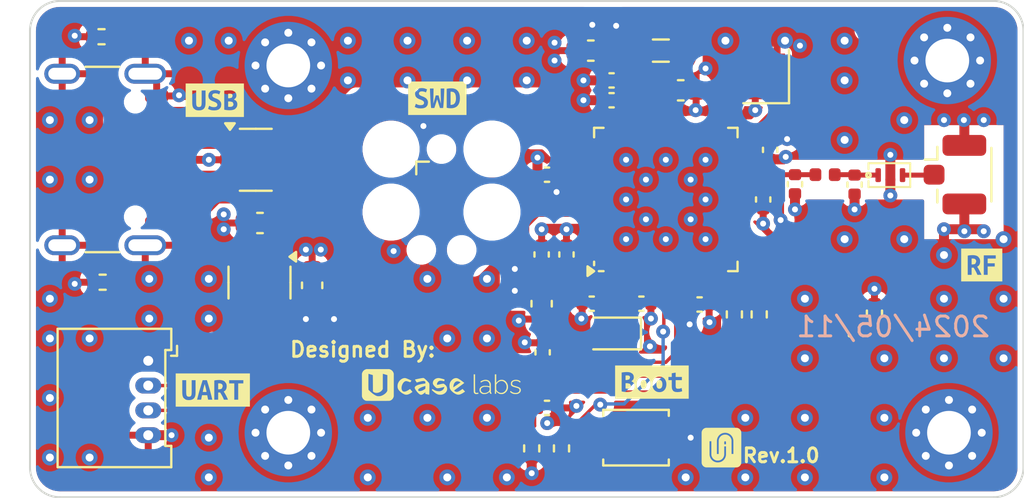
<source format=kicad_pcb>
(kicad_pcb (version 20240108) (generator "pcbnew") (generator_version "8.0")
  (layers (0 "F.Cu" signal) (1 "In1.Cu" signal) (2 "In2.Cu" signal) (31 "B.Cu" signal) (34 "B.Paste" user) (35 "F.Paste" user) (36 "B.SilkS" user "B.Silkscreen") (37 "F.SilkS" user "F.Silkscreen") (38 "B.Mask" user) (39 "F.Mask" user) (44 "Edge.Cuts" user))
  (net 0 "")
  (net 1 "+5V")
  (net 2 "GND")
  (net 3 "+3V3")
  (net 4 "/LSE_OUT")
  (net 5 "/LSE_IN")
  (net 6 "/SWD_NRST")
  (net 7 "/SMPSFB")
  (net 8 "/RF")
  (net 9 "/RF_MATCH")
  (net 10 "/BOOT0")
  (net 11 "/LED_A")
  (net 12 "/LED_K")
  (net 13 "/RF_ANT")
  (net 14 "/USB_CC1")
  (net 15 "/USB_CC2")
  (net 17 "/USBC_D-")
  (net 18 "/USBC_D+")
  (net 20 "/SWD_DIO")
  (net 21 "/SWD_CLK")
  (net 22 "/SWD_TRC")
  (net 23 "/UART_TXC")
  (net 24 "/UART_RXC")
  (net 25 "/SMPSLXL")
  (net 26 "/SMPSLX")
  (net 27 "/UART_TX")
  (net 28 "/UART_RX")
  (net 29 "Net-(R7-Pad1)")
  (net 30 "/USB_D+")
  (net 31 "/USB_D-")
  (net 37 "/HSE_OUT")
  (net 43 "/HSE_IN")
  (footprint "Fiducial:Fiducial_0.5mm_Mask1mm" (layer "F.Cu") (at 80 82.25)
    (property "Reference" "FM3" (hide yes))
    (property "Value" "Fiducial")
  )
  (footprint "Resistor_SMD:R_0402_1005Metric" (layer "F.Cu") (at 80.5 75.75 90)
    (property "Reference" "R3" (hide yes))
    (property "Value" "220R")
  )
  (footprint "Resistor_SMD:R_0402_1005Metric" (layer "F.Cu") (at 63.25 82.54 -90)
    (property "Reference" "R6" (hide yes))
    (property "Value" "5.1k")
  )
  (footprint "Inductor_SMD:L_0402_1005Metric" (layer "F.Cu") (at 68.75 64.515 90)
    (property "Reference" "L1" (hide yes))
    (property "Value" "10n")
  )
  (footprint "Capacitor_SMD:C_0402_1005Metric" (layer "F.Cu") (at 64.02 80.5)
    (property "Reference" "C19" (hide yes))
    (property "Value" "100n")
  )
  (footprint "Resistor_SMD:R_0402_1005Metric" (layer "F.Cu") (at 41.656 74.168 180)
    (property "Reference" "R1" (hide yes))
    (property "Value" "5.1k")
  )
  (footprint "Connector_Coaxial:U.FL_Hirose_U.FL-R-SMT-1_Vertical" (layer "F.Cu") (at 84.55 68.75)
    (property "Reference" "J4" (hide yes))
    (property "Value" "Conn_Coaxial")
  )
  (footprint "Connector:Tag-Connect_TC2030-IDC-FP_2x03_P1.27mm_Vertical" (layer "F.Cu") (at 58.71 70 -90)
    (property "Reference" "J2" (hide yes))
    (property "Value" "Conn_ARM_SWD_TagConnect_TC2030")
  )
  (footprint "Package_TO_SOT_SMD:SOT-23-6" (layer "F.Cu") (at 49.3625 68)
    (property "Reference" "U1" (hide yes))
    (property "Value" "USBLC6-2SC6")
  )
  (footprint "kibuzzard-663E8DAE" (layer "F.Cu") (at 47.3 65)
    (property "Reference" "kibuzzard-663E8DAE" (hide yes))
    (property "Value" "G***" (hide yes))
  )
  (footprint "Capacitor_SMD:C_0603_1608Metric" (layer "F.Cu") (at 66.225 62.5 180)
    (property "Reference" "C10" (hide yes))
    (property "Value" "4u7")
  )
  (footprint "MountingHole:MountingHole_2.2mm_M2_Pad_Via" (layer "F.Cu") (at 51 81.75)
    (property "Reference" "H2" (hide yes))
    (property "Value" "MountingHole_Pad")
  )
  (footprint "Capacitor_SMD:C_0402_1005Metric" (layer "F.Cu") (at 71.7 75.29)
    (property "Reference" "C5" (hide yes))
    (property "Value" "100n")
  )
  (footprint "kibuzzard-663E8DF2" (layer "F.Cu") (at 69.3 79.2)
    (property "Reference" "kibuzzard-663E8DF2" (hide yes))
    (property "Value" "G***" (hide yes))
  )
  (footprint "Capacitor_SMD:C_0402_1005Metric" (layer "F.Cu") (at 76.5 69.23 -90)
    (property "Reference" "C17" (hide yes))
    (property "Value" "0.8p")
  )
  (footprint "kibuzzard-663E8E0C" (layer "F.Cu") (at 85.9 73.3)
    (property "Reference" "kibuzzard-663E8E0C" (hide yes))
    (property "Value" "G***" (hide yes))
  )
  (footprint "Capacitor_SMD:C_0402_1005Metric" (layer "F.Cu") (at 64.02 68.75 180)
    (property "Reference" "C4" (hide yes))
    (property "Value" "100n")
  )
  (footprint "Capacitor_SMD:C_0402_1005Metric" (layer "F.Cu") (at 74.9 70 -90)
    (property "Reference" "C9" (hide yes))
    (property "Value" "100n")
  )
  (footprint "kibuzzard-663E8D97" (layer "F.Cu") (at 47.2 79.6)
    (property "Reference" "kibuzzard-663E8D97" (hide yes))
    (property "Value" "G***" (hide yes))
  )
  (footprint "Package_TO_SOT_SMD:SOT-23-5" (layer "F.Cu") (at 49.55 74.185 -90)
    (property "Reference" "U2" (hide yes))
    (property "Value" "MIC5365-3.3YD5")
  )
  (footprint "Capacitor_SMD:C_0603_1608Metric" (layer "F.Cu") (at 70.75 64.5)
    (property "Reference" "C16" (hide yes))
    (property "Value" "4u7")
  )
  (footprint "MountingHole:MountingHole_2.2mm_M2_Pad_Via" (layer "F.Cu") (at 51 63.25)
    (property "Reference" "H1" (hide yes))
    (property "Value" "MountingHole_Pad")
  )
  (footprint "Button_Switch_SMD:SW_SPST_B3U-1000P" (layer "F.Cu") (at 68.5 82)
    (property "Reference" "SW1" (hide yes))
    (property "Value" "SW_Push")
  )
  (footprint "Capacitor_SMD:C_0402_1005Metric" (layer "F.Cu") (at 79.5 69.25 -90)
    (property "Reference" "C18" (hide yes))
    (property "Value" "0.3p")
  )
  (footprint "Resistor_SMD:R_0402_1005Metric" (layer "F.Cu") (at 41.6 61.8 180)
    (property "Reference" "R2" (hide yes))
    (property "Value" "5.1k")
  )
  (footprint "Resistor_SMD:R_0402_1005Metric" (layer "F.Cu") (at 64.75 82.54 90)
    (property "Reference" "R7" (hide yes))
    (property "Value" "220R")
  )
  (footprint "Capacitor_SMD:C_0402_1005Metric" (layer "F.Cu") (at 75.25 67.5 -90)
    (property "Reference" "C12" (hide yes))
    (property "Value" "100n")
  )
  (footprint "Capacitor_SMD:C_0402_1005Metric" (layer "F.Cu") (at 67.27 64 180)
    (property "Reference" "C7" (hide yes))
    (property "Value" "100n")
  )
  (footprint "Package_DFN_QFN:QFN-48-1EP_7x7mm_P0.5mm_EP5.6x5.6mm" (layer "F.Cu") (at 70 70 90)
    (property "Reference" "U3" (hide yes))
    (property "Value" "STM32WB55CEU6")
  )
  (footprint "Fiducial:Fiducial_0.5mm_Mask1mm" (layer "F.Cu") (at 80 61.5)
    (property "Reference" "FM2" (hide yes))
    (property "Value" "Fiducial")
  )
  (footprint "Capacitor_SMD:C_0402_1005Metric" (layer "F.Cu") (at 65 72.77 90)
    (property "Reference" "C8" (hide yes))
    (property "Value" "100n")
  )
  (footprint "kibuzzard-663E8D7A" (layer "F.Cu") (at 58.5 64.9)
    (property "Reference" "kibuzzard-663E8D7A" (hide yes))
    (property "Value" "G***" (hide yes))
  )
  (footprint "Capacitor_SMD:C_0402_1005Metric" (layer "F.Cu") (at 66.27 75.25 180)
    (property "Reference" "C14" (hide yes))
    (property "Value" "10p")
  )
  (footprint "Capacitor_SMD:C_0402_1005Metric" (layer "F.Cu") (at 68.77 75.25)
    (property "Reference" "C13" (hide yes))
    (property "Value" "10p")
  )
  (footprint "Connector_USB:USB_C_Receptacle_GCT_USB4105-xx-A_16P_TopMnt_Horizontal" (layer "F.Cu") (at 40.695 67.985 -90)
    (property "Reference" "J1" (hide yes))
    (property "Value" "USB_C_Receptacle_USB2.0_16P")
  )
  (footprint "MountingHole:MountingHole_2.2mm_M2_Pad_Via" (layer "F.Cu") (at 84.166726 63)
    (property "Reference" "H4" (hide yes))
    (property "Value" "MountingHole_Pad")
  )
  (footprint "MountingHole:MountingHole_2.2mm_M2_Pad_Via" (layer "F.Cu") (at 84.25 81.75)
    (property "Reference" "H3" (hide yes))
    (property "Value" "MountingHole_Pad")
  )
  (footprint "Crystal:Crystal_SMD_2012-2Pin_2.0x1.2mm" (layer "F.Cu") (at 67.55 76.75 180)
    (property "Reference" "X1" (hide yes))
    (property "Value" "32KHz768")
  )
  (footprint "Assets:Ucaselabs_8mm_2mm" (layer "F.Cu") (at 58.7 79.5)
    (property "Reference" "G***" (hide yes))
    (property "Value" "LOGO" (hide yes))
  )
  (footprint "STM32WB-Bluetooth_Hardware_Design_SchematicFootprints:DLF162500LT-5028A1" (layer "F.Cu") (at 81.3 68.7725)
    (property "Reference" "FLT1" (hide yes))
    (property "Value" "DLF162500LT-5028A1")
  )
  (footprint "Capacitor_SMD:C_0402_1005Metric" (layer "F.Cu") (at 67.27 65 180)
    (property "Reference" "C11" (hide yes))
    (property "Value" "100n")
  )
  (footprint "Connector_Molex:Molex_PicoBlade_53048-0410_1x04_P1.25mm_Horizontal" (layer "F.Cu") (at 43.95 78.125 -90)
    (property "Reference" "J3" (hide yes))
    (property "Value" "Conn_01x04")
  )
  (footprint "Resistor_SMD:R_0402_1005Metric" (layer "F.Cu") (at 73.45 75.79 -90)
    (property "Reference" "R4" (hide yes))
    (property "Value" "220R")
  )
  (footprint "Capacitor_SMD:C_0603_1608Metric" (layer "F.Cu") (at 49.575 71.185 180)
    (property "Reference" "C1" (hide yes))
    (property "Value" "4u7")
  )
  (footprint "Capacitor_SMD:C_0603_1608Metric" (layer "F.Cu") (at 63.75 75.25 -90)
    (property "Reference" "C3" (hide yes))
    (property "Value" "4u7")
  )
  (footprint "LED_SMD:LED_0402_1005Metric" (layer "F.Cu") (at 79.25 75.765 90)
    (property "Reference" "D1" (hide yes))
    (property "Value" "LED")
  )
  (footprint "Resistor_SMD:R_0402_1005Metric" (layer "F.Cu") (at 74.7 75.79 -90)
    (property "Reference" "R5" (hide yes))
    (property "Value" "220R")
  )
  (footprint "Inductor_SMD:L_0402_1005Metric" (layer "F.Cu") (at 78.015 68.75)
    (property "Reference" "L3" (hide yes))
    (property "Value" "2.7n")
  )
  (footprint "Capacitor_SMD:C_0402_1005Metric" (layer "F.Cu") (at 63.75 72.77 90)
    (property "Reference" "C6" (hide yes))
    (property "Value" "100n")
  )
  (footprint "Assets:UA_Fill_2mm_2mm" (layer "F.Cu") (at 72.8 82.5)
    (property "Reference" "G***" (hide yes))
    (property "Value" "LOGO" (hide yes))
  )
  (footprint "Crystal:Crystal_SMD_2016-4Pin_2.0x1.6mm" (layer "F.Cu") (at 75.05 63.8 90)
    (property "Reference" "X2" (hide yes))
    (property "Value" "32MHz")
  )
  (footprint "Fiducial:Fiducial_0.5mm_Mask1mm" (layer "F.Cu") (at 44.25 61.5)
    (property "Reference" "FM1" (hide yes))
    (property "Value" "Fiducial")
  )
  (footprint "Inductor_SMD:L_0805_2012Metric" (layer "F.Cu") (at 69.75 62.5)
    (property "Reference" "L2" (hide yes))
    (property "Value" "10u")
  )
  (footprint "Capacitor_SMD:C_0402_1005Metric" (layer "F.Cu") (at 63.8 77.7 90)
    (property "Reference" "C15" (hide yes))
    (property "Value" "100n")
  )
  (footprint "Capacitor_SMD:C_0603_1608Metric" (layer "F.Cu") (at 52.2 74.325 90)
    (property "Reference" "C2" (hide yes))
    (property "Value" "4u7")
  )
  (gr_arc (start 38 61.5) (mid 38.43934 60.43934) (end 39.5 60) (stroke (width 0.1)) (layer "Edge.Cuts"))
  (gr_line (start 39.5 60) (end 86.5 60) (stroke (width 0.1)) (layer "Edge.Cuts"))
  (gr_arc (start 86.5 60) (mid 87.56066 60.43934) (end 88 61.5) (stroke (width 0.1)) (layer "Edge.Cuts"))
  (gr_arc (start 39.5 85) (mid 38.43934 84.56066) (end 38 83.5) (stroke (width 0.1)) (layer "Edge.Cuts"))
  (gr_line (start 86.5 85) (end 39.5 85) (stroke (width 0.1)) (layer "Edge.Cuts"))
  (gr_arc (start 88 83.5) (mid 87.56066 84.56066) (end 86.5 85) (stroke (width 0.1)) (layer "Edge.Cuts"))
  (gr_line (start 88 61.5) (end 88 83.5) (stroke (width 0.1)) (layer "Edge.Cuts"))
  (gr_line (start 38 83.5) (end 38 61.5) (stroke (width 0.1)) (layer "Edge.Cuts"))
  (gr_text "2024/05/11" (at 86.4 77 0) (layer "B.SilkS") (effects (font (size 1 1)) (justify left bottom mirror)))
  (gr_text "Designed By:" (at 51 78 0) (layer "F.SilkS") (effects (font (size 0.75 0.75)) (justify left bottom)))
  (gr_text "Rev.1.0" (at 73.791268 83.307233 0) (layer "F.SilkS") (effects (font (size 0.7 0.7)) (justify left bottom)))
  (segment (start 50.35 70.45) (end 50.35 71.185) (width 0.5) (layer "F.Cu") (net 1))
  (segment (start 48.6 73.0475) (end 48.6 72.385001) (width 0.17) (layer "F.Cu") (net 1))
  (segment (start 49.3375 69.9125) (end 49.3 69.95) (width 0.5) (layer "F.Cu") (net 1))
  (segment (start 50.5 68) (end 49.475 68) (width 0.5) (layer "F.Cu") (net 1))
  (segment (start 49.3 69.95) (end 49.85 69.95) (width 0.5) (layer "F.Cu") (net 1))
  (segment (start 50.5 73.0475) (end 50.5 72) (width 0.5) (layer "F.Cu") (net 1))
  (segment (start 49.3375 66.2375) (end 49.3375 68.1375) (width 0.5) (layer "F.Cu") (net 1))
  (segment (start 48.685 65.585) (end 49.3375 66.2375) (width 0.5) (layer "F.Cu") (net 1))
  (segment (start 44.375 70.385) (end 46.983629 70.385) (width 0.5) (layer "F.Cu") (net 1))
  (segment (start 49.475 68) (end 49.3375 68.1375) (width 0.5) (layer "F.Cu") (net 1))
  (segment (start 47.418629 69.95) (end 49.3 69.95) (width 0.5) (layer "F.Cu") (net 1))
  (segment (start 49.85 69.95) (end 50.35 70.45) (width 0.5) (layer "F.Cu") (net 1))
  (segment (start 44.375 65.585) (end 48.685 65.585) (width 0.5) (layer "F.Cu") (net 1))
  (segment (start 48.985001 72) (end 50.5 72) (width 0.17) (layer "F.Cu") (net 1))
  (segment (start 50.5 71.335) (end 50.35 71.185) (width 0.5) (layer "F.Cu") (net 1))
  (segment (start 49.3375 68.1375) (end 49.3375 69.9125) (width 0.5) (layer "F.Cu") (net 1))
  (segment (start 48.6 72.385001) (end 48.985001 72) (width 0.17) (layer "F.Cu") (net 1))
  (segment (start 46.983629 70.385) (end 47.418629 69.95) (width 0.5) (layer "F.Cu") (net 1))
  (segment (start 50.5 72) (end 50.5 71.335) (width 0.5) (layer "F.Cu") (net 1))
  (segment (start 73.4375 68.25) (end 74.15 68.25) (width 0.25) (layer "F.Cu") (net 2))
  (segment (start 63.25 83.79) (end 63.25 83.05) (width 0.5) (layer "F.Cu") (net 2))
  (segment (start 84 71.5) (end 84 72.8) (width 0.5) (layer "F.Cu") (net 2))
  (segment (start 66.645 65) (end 65.855 65) (width 0.5) (layer "F.Cu") (net 2))
  (segment (start 81.3 69) (end 81.3 69.8) (width 0.5) (layer "F.Cu") (net 2))
  (segment (start 86 71.6) (end 85.9 71.5) (width 0.5) (layer "F.Cu") (net 2))
  (segment (start 75.908423 67.98) (end 76.034606 67.853817) (width 0.5) (layer "F.Cu") (net 2))
  (segment (start 56.358069 72.6) (end 57.688069 71.27) (width 0.17) (layer "F.Cu") (net 2))
  (segment (start 85.025 71.6) (end 85.025 70.225) (width 0.5) (layer "F.Cu") (net 2))
  (segment (start 84 66) (end 86 66) (width 0.5) (layer "F.Cu") (net 2))
  (segment (start 79.5 69.73) (end 79.5 70.5) (width 0.5) (layer "F.Cu") (net 2))
  (segment (start 81.3 69) (end 81.3 67.75) (width 0.5) (layer "F.Cu") (net 2))
  (segment (start 85 66) (end 85.025 66.025) (width 0.5) (layer "F.Cu") (net 2))
  (segment (start 63.78 77.2) (end 63.8 77.22) (width 0.5) (layer "F.Cu") (net 2))
  (segment (start 63.675 76.1) (end 63.75 76.025) (width 0.5) (layer "F.Cu") (net 2))
  (segment (start 64.029621 81.266074) (end 64.5 80.795695) (width 0.5) (layer "F.Cu") (net 2))
  (segment (start 64.5 80.795695) (end 64.5 80.5) (width 0.5) (layer "F.Cu") (net 2))
  (segment (start 74.15 68.25) (end 74.42 67.98) (width 0.25) (layer "F.Cu") (net 2))
  (segment (start 75.25 67.98) (end 75.908423 67.98) (width 0.5) (layer "F.Cu") (net 2))
  (segment (start 66.645 64) (end 65.855 64) (width 0.5) (layer "F.Cu") (net 2))
  (segment (start 57.688069 71.27) (end 58.075 71.27) (width 0.17) (layer "F.Cu") (net 2))
  (segment (start 85.9 71.5) (end 84 71.5) (width 0.5) (layer "F.Cu") (net 2))
  (segment (start 56.3 72.6) (end 56.358069 72.6) (width 0.17) (layer "F.Cu") (net 2))
  (segment (start 76.5 69.71) (end 76.5 70.5) (width 0.5) (layer "F.Cu") (net 2))
  (segment (start 74.42 67.98) (end 75.25 67.98) (width 0.25) (layer "F.Cu") (net 2))
  (segment (start 74.896183 70.483817) (end 74.9 70.48) (width 0.5) (layer "F.Cu") (net 2))
  (segment (start 63.54 67.89) (end 63.54 68.75) (width 0.5) (layer "F.Cu") (net 2))
  (segment (start 72.18 75.29) (end 72.2 75.31) (width 0.5) (layer "F.Cu") (net 2))
  (segment (start 65.75 75.29) (end 65.79 75.25) (width 0.5) (layer "F.Cu") (net 2))
  (segment (start 84 66) (end 82 66) (width 0.5) (layer "F.Cu") (net 2))
  (segment (start 69.25 69.25) (end 70 70) (width 0.25) (layer "F.Cu") (net 2))
  (segment (start 45.125 81.875) (end 43.95 81.875) (width 0.5) (layer "F.Cu") (net 2))
  (segment (start 69.25 66.5625) (end 69.25 69.25) (width 0.25) (layer "F.Cu") (net 2))
  (segment (start 85.025 66.025) (end 85.025 67.275) (width 0.5) (layer "F.Cu") (net 2))
  (via (at 65.5 80.4) (size 0.7) (drill 0.3) (layers "F.Cu" "B.Cu") (net 2))
  (via (at 81 81) (size 0.8) (drill 0.4) (layers "F.Cu" "B.Cu") (net 2))
  (via (at 60 62) (size 0.8) (drill 0.4) (layers "F.Cu" "B.Cu") (net 2))
  (via (at 68 72) (size 0.7) (drill 0.3) (layers "F.Cu" "B.Cu") (net 2))
  (via (at 45.125 81.875) (size 0.7) (drill 0.3) (layers "F.Cu" "B.Cu") (net 2))
  (via (at 46 62) (size 0.8) (drill 0.4) (layers "F.Cu" "B.Cu") (net 2))
  (via (at 58 74) (size 0.8) (drill 0.4) (layers "F.Cu" "B.Cu") (net 2))
  (via (at 72.2 76.185) (size 0.7) (drill 0.3) (layers "F.Cu" "B.Cu") (net 2))
  (via (at 52.635 72.525) (size 0.7) (drill 0.3) (layers "F.Cu" "B.Cu") (net 2))
  (via (at 71.25 71) (size 0.7) (drill 0.3) (layers "F.Cu" "B.Cu") (net 2))
  (via (at 47 68) (size 0.7) (drill 0.3) (layers "F.Cu" "B.Cu") (net 2))
  (via (at 77 81) (size 0.8) (drill 0.4) (layers "F.Cu" "B.Cu") (net 2))
  (via (at 74 84) (size 0.8) (drill 0.4) (layers "F.Cu" "B.Cu") (net 2))
  (via (at 79 64) (size 0.8) (drill 0.4) (layers "F.Cu" "B.Cu") (net 2))
  (via (at 39 83) (size 0.8) (drill 0.4) (layers "F.Cu" "B.Cu") (net 2))
  (via (at 81 78) (size 0.8) (drill 0.4) (layers "F.Cu" "B.Cu") (net 2))
  (via (at 72 68) (size 0.7) (drill 0.3) (layers "F.Cu" "B.Cu") (net 2))
  (via (at 47 74) (size 0.8) (drill 0.4) (layers "F.Cu" "B.Cu") (net 2))
  (via (at 39 77) (size 0.8) (drill 0.4) (layers "F.Cu" "B.Cu") (net 2))
  (via (at 63.54 67.89) (size 0.7) (drill 0.3) (layers "F.Cu" "B.Cu") (net 2))
  (via (at 71.25 69) (size 0.7) (drill 0.3) (layers "F.Cu" "B.Cu") (net 2))
  (via (at 85.025 71.6) (size 0.7) (drill 0.3) (layers "F.Cu" "B.Cu") (net 2))
  (via (at 77 84) (size 0.8) (drill 0.4) (layers "F.Cu" "B.Cu") (net 2))
  (via (at 54 62) (size 0.8) (drill 0.4) (layers "F.Cu" "B.Cu") (net 2))
  (via (at 39 66) (size 0.8) (drill 0.4) (layers "F.Cu" "B.Cu") (net 2))
  (via (at 65.855 64) (size 0.7) (drill 0.3) (layers "F.Cu" "B.Cu") (net 2))
  (via (at 72 72) (size 0.7) (drill 0.3) (layers "F.Cu" "B.Cu") (net 2))
  (via (at 47.75 70.75) (size 0.7) (drill 0.3) (layers "F.Cu" "B.Cu") (net 2))
  (via (at 84 66) (size 0.7) (drill 0.3) (layers "F.Cu" "B.Cu") (net 2))
  (via (at 86 71.6) (size 0.7) (drill 0.3) (layers "F.Cu" "B.Cu") (net 2))
  (via (at 44 76) (size 0.8) (drill 0.4) (layers "F.Cu" "B.Cu") (net 2))
  (via (at 45.5 64.75) (size 0.7) (drill 0.3) (layers "F.Cu" "B.Cu") (net 2))
  (via (at 48 62) (size 0.8) (drill 0.4) (layers "F.Cu" "B.Cu") (net 2))
  (via (at 68 70) (size 0.7) (drill 0.3) (layers "F.Cu" "B.Cu") (net 2))
  (via (at 84 71.5) (size 0.7) (drill 0.3) (layers "F.Cu" "B.Cu") (net 2))
  (via (at 84 75) (size 0.8) (drill 0.4) (layers "F.Cu" "B.Cu") (net 2))
  (via (at 60 64) (size 0.8) (drill 0.4) (layers "F.Cu" "B.Cu") (net 2))
  (via (at 77 78) (size 0.8) (drill 0.4) (layers "F.Cu" "B.Cu") (net 2))
  (via (at 64.029621 81.266074) (size 0.7) (drill 0.3) (layers "F.Cu" "B.Cu") (net 2))
  (via (at 71.5 65.5) (size 0.7) (drill 0.3) (layers "F.Cu" "B.Cu") (net 2))
  (via (at 79 67) (size 0.8) (drill 0.4) (layers "F.Cu" "B.Cu") (net 2))
  (via (at 87 72) (size 0.8) (drill 0.4) (layers "F.Cu" "B.Cu") (net 2))
  (via (at 76.75 62.25) (size 0.7) (drill 0.3) (layers "F.Cu" "B.Cu") (net 2))
  (via (at 72 63.4) (size 0.7) (drill 0.3) (layers "F.Cu" "B.Cu") (net 2))
  (via (at 69 69) (size 0.7) (drill 0.3) (layers "F.Cu" "B.Cu") (net 2))
  (via (at 80.5 74.5) (size 0.7) (drill 0.3) (layers "F.Cu" "B.Cu") (net 2))
  (via (at 54 64) (size 0.8) (drill 0.4) (layers "F.Cu" "B.Cu") (net 2))
  (via (at 41 83) (size 0.8) (drill 0.4) (layers "F.Cu" "B.Cu") (net 2))
  (via (at 87 75) (size 0.8) (drill 0.4) (layers "F.Cu" "B.Cu") (net 2))
  (via (at 74.5 65.5) (size 0.7) (drill 0.3) (layers "F.Cu" "B.Cu") (net 2))
  (via (at 74 81) (size 0.8) (drill 0.4) (layers "F.Cu" "B.Cu") (net 2))
  (via (at 63.25 83.79) (size 0.7) (drill 0.3) (layers "F.Cu" "B.Cu") (net 2))
  (via (at 69.2 77.4) (size 0.7) (drill 0.3) (layers "F.Cu" "B.Cu") (net 2))
  (via (at 58 81) (size 0.8) (drill 0.4) (layers "F.Cu" "B.Cu") (net 2))
  (via (at 65.75 76) (size 0.7) (drill 0.3) (layers "F.Cu" "B.Cu") (net 2))
  (via (at 82 72) (size 0.8) (drill 0.4) (layers "F.Cu" "B.Cu") (net 2))
  (via (at 61 81) (size 0.8) (drill 0.4) (layers "F.Cu" "B.Cu") (net 2))
  (via (at 40.25 74.25) (size 0.7) (drill 0.3) (layers "F.Cu" "B.Cu") (net 2))
  (via (at 47 76) (size 0.8) (drill 0.4) (layers "F.Cu" "B.Cu") (net 2))
  (via (at 41 66) (size 0.8) (drill 0.4) (layers "F.Cu" "B.Cu") (net 2))
  (via (at 39 69) (size 0.8) (drill 0.4) (layers "F.Cu" "B.Cu") (net 2))
  (via (at 71 84) (size 0.8) (drill 0.4) (layers "F.Cu" "B.Cu") (net 2))
  (via (at 79 72) (size 0.8) (drill 0.4) (layers "F.Cu" "B.Cu") (net 2))
  (via (at 87 78) (size 0.8) (drill 0.4) (layers "F.Cu" "B.Cu") (net 2))
  (via (at 59 77) (size 0.8) (drill 0.4) (layers "F.Cu" "B.Cu") (net 2))
  (via (at 76 62) (size 0.8) (drill 0.4) (layers "F.Cu" "B.Cu") (net 2))
  (via (at 63.75 71.5) (size 0.7) (drill 0.3) (layers "F.Cu" "B.Cu") (net 2))
  (via (at 64.4 62.1) (size 0.7) (drill 0.3) (layers "F.Cu" "B.Cu") (net 2))
  (via (at 62.9 77.2) (size 0.7) (drill 0.3) (layers "F.Cu" "B.Cu") (net 2))
  (via (at 84 78) (size 0.8) (drill 0.4) (layers "F.Cu" "B.Cu") (net 2))
  (via (at 51.885 72.525) (size 0.7) (drill 0.3) (layers "F.Cu" "B.Cu") (net 2))
  (via (at 57 64) (size 0.8) (drill 0.4) (layers "F.Cu" "B.Cu") (net 2))
  (via (at 40.25 61.75) (size 0.7) (drill 0.3) (layers "F.Cu" "B.Cu") (net 2))
  (via (at 41 77) (size 0.8) (drill 0.4) (layers "F.Cu" "B.Cu") (net 2))
  (via (at 74.896183 71.215394) (size 0.7) (drill 0.3) (layers "F.Cu" "B.Cu") (net 2))
  (via (at 41 69) (size 0.8) (drill 0.4) (layers "F.Cu" "B.Cu") (net 2))
  (via (at 62.6 76.1) (size 0.7) (drill 0.3) (layers "F.Cu" "B.Cu") (net 2))
  (via (at 65.855 65) (size 0.7) (drill 0.3) (layers "F.Cu" "B.Cu") (net 2))
  (via (at 69 71) (size 0.7) (drill 0.3) (layers "F.Cu" "B.Cu") (net 2))
  (via (at 84 72.8) (size 0.8) (drill 0.4) (layers "F.Cu" "B.Cu") (net 2))
  (via (at 69.25 76) (size 0.7) (drill 0.3) (layers "F.Cu" "B.Cu") (net 2))
  (via (at 79.5 70.5) (size 0.7) (drill 0.3) (layers "F.Cu" "B.Cu") (net 2))
  (via (at 64.4 63) (size 0.7) (drill 0.3) (layers "F.Cu" "B.Cu") (net 2))
  (via (at 61 77) (size 0.8) (drill 0.4) (layers "F.Cu" "B.Cu") (net 2))
  (via (at 55 81) (size 0.8) (drill 0.4) (layers "F.Cu" "B.Cu") (net 2))
  (via (at 57 62) (size 0.8) (drill 0.4) (layers "F.Cu" "B.Cu") (net 2))
  (via (at 70 68) (size 0.7) (drill 0.3) (layers "F.Cu" "B.Cu") (net 2))
  (via (at 73 62) (size 0.8) (drill 0.4) (layers "F.Cu" "B.Cu") (net 2))
  (via (at 62 84) (size 0.8) (drill 0.4) (layers "F.Cu" "B.Cu") (net 2))
  (via (at 68 68) (size 0.7) (drill 0.3) (layers "F.Cu" "B.Cu") (net 2))
  (via (at 65 71.5) (size 0.7) (drill 0.3) (layers "F.Cu" "B.Cu") (net 2))
  (via (at 81.3 67.75) (size 0.7) (drill 0.3) (layers "F.Cu" "B.Cu") (net 2))
  (via (at 79 62) (size 0.8) (drill 0.4) (layers "F.Cu" "B.Cu") (net 2))
  (via (at 55 84) (size 0.8) (drill 0.4) (layers "F.Cu" "B.Cu") (net 2))
  (via (at 61 74) (size 0.8) (drill 0.4) (layers "F.Cu" "B.Cu") (net 2))
  (via (at 76.5 70.5) (size 0.7) (drill 0.3) (layers "F.Cu" "B.Cu") (net 2))
  (via (at 47 82) (size 0.8) (drill 0.4) (layers "F.Cu" "B.Cu") (net 2))
  (via (at 63 64) (size 0.8) (drill 0.4) (layers "F.Cu" "B.Cu") (net 2))
  (via (at 59 84) (size 0.8) (drill 0.4) (layers "F.Cu" "B.Cu") (net 2))
  (via (at 85 66) (size 0.7) (drill 0.3) (layers "F.Cu" "B.Cu") (net 2))
  (via (at 56.3 72.6) (size 0.7) (drill 0.3) (layers "F.Cu" "B.Cu") (net 2))
  (via (at 86 66) (size 0.7) (drill 0.3) (layers "F.Cu" "B.Cu") (net 2))
  (via (at 47 84) (size 0.8) (drill 0.4) (layers "F.Cu" "B.Cu") (net 2))
  (via (at 70 72) (size 0.7) (drill 0.3) (layers "F.Cu" "B.Cu") (net 2))
  (via (at 39 80) (size 0.8) (drill 0.4) (layers "F.Cu" "B.Cu") (net 2))
  (via (at 72 70) (size 0.7) (drill 0.3) (layers "F.Cu" "B.Cu") (net 2))
  (via (at 82 66) (size 0.8) (drill 0.4) (layers "F.Cu" "B.Cu") (net 2))
  (via (at 76.034606 67.853817) (size 0.7) (drill 0.3) (layers "F.Cu" "B.Cu") (net 2))
  (via (at 39 75) (size 0.8) (drill 0.4) (layers "F.Cu" "B.Cu") (net 2))
  (via (at 47.75 71.5) (size 0.7) (drill 0.3) (layers "F.Cu" "B.Cu") (net 2))
  (via (at 77 75) (size 0.8) (drill 0.4) (layers "F.Cu" "B.Cu") (net 2))
  (via (at 81 84) (size 0.8) (drill 0.4) (layers "F.Cu" "B.Cu") (net 2))
  (via (at 44 74) (size 0.8) (drill 0.4) (layers "F.Cu" "B.Cu") (net 2))
  (via (at 81.3 69.8) (size 0.7) (drill 0.3) (layers "F.Cu" "B.Cu") (net 2))
  (via (at 63 62) (size 0.8) (drill 0.4) (layers "F.Cu" "B.Cu") (net 2))
  (segment (start 74.013604 67.75) (end 74.743604 67.02) (width 0.25) (layer "F.Cu") (net 3))
  (segment (start 76.103336 66.956443) (end 75.313557 66.956443) (width 0.5) (layer "F.Cu") (net 3))
  (segment (start 68.25 66.5625) (end 68.25 65.813173) (width 0.25) (layer "F.Cu") (net 3))
  (segment (start 71.22 74.59674) (end 71.22 75.29) (width 0.17) (layer "F.Cu") (net 3))
  (segment (start 67.75 66) (end 67.75 65.5) (width 0.3) (layer "F.Cu") (net 3))
  (segment (start 73.4375 67.75) (end 74.013604 67.75) (width 0.25) (layer "F.Cu") (net 3))
  (segment (start 67.75 65.5) (end 67.75 65) (width 0.3) (layer "F.Cu") (net 3))
  (segment (start 75.777218 71.036276) (end 75.7 70.959058) (width 0.5) (layer "F.Cu") (net 3))
  (segment (start 75.7 70) (end 75.22 69.52) (width 0.5) (layer "F.Cu") (net 3))
  (segment (start 71.2 76.29) (end 71.2 75.31) (width 0.5) (layer "F.Cu") (net 3))
  (segment (start 73.4375 69.25) (end 74.15 69.25) (width 0.25) (layer "F.Cu") (net 3))
  (segment (start 74.743604 67.02) (end 75.25 67.02) (width 0.25) (layer "F.Cu") (net 3))
  (segment (start 67.75 64) (end 67.75 63.25) (width 0.5) (layer "F.Cu") (net 3))
  (segment (start 57.8 68.455) (end 58.075 68.73) (width 0.17) (layer "F.Cu") (net 3))
  (segment (start 67.75 65.313173) (end 67.75 65) (width 0.3) (layer "F.Cu") (net 3))
  (segment (start 66.35 61.25) (end 67.5 61.25) (width 1) (layer "F.Cu") (net 3))
  (segment (start 70.75 73.4375) (end 70.75 74.12674) (width 0.17) (layer "F.Cu") (net 3))
  (segment (start 64.5 69.625) (end 64.5 68.75) (width 0.5) (layer "F.Cu") (net 3))
  (segment (start 75.313557 66.956443) (end 75.25 67.02) (width 0.5) (layer "F.Cu") (net 3))
  (segment (start 67.75 63.25) (end 67 62.5) (width 0.5) (layer "F.Cu") (net 3))
  (segment (start 67.75 66.5625) (end 67.75 66) (width 0.25) (layer "F.Cu") (net 3))
  (segment (start 74.42 69.52) (end 74.9 69.52) (width 0.3) (layer "F.Cu") (net 3))
  (segment (start 67.75 64) (end 67.75 65) (width 0.5) (layer "F.Cu") (net 3))
  (segment (start 68.218413 65.781586) (end 67.75 65.313173) (width 0.3) (layer "F.Cu") (net 3))
  (segment (start 75.7 70.959058) (end 75.7 70) (width 0.5) (layer "F.Cu") (net 3))
  (segment (start 71.25 82) (end 70.2 82) (width 0.5) (layer "F.Cu") (net 3))
  (segment (start 66.5625 68.75) (end 65.75 68.75) (width 0.25) (layer "F.Cu") (net 3))
  (segment (start 66.3 61.2) (end 66.35 61.25) (width 1) (layer "F.Cu") (net 3))
  (segment (start 74.15 69.25) (end 74.2 69.3) (width 0.25) (layer "F.Cu") (net 3))
  (segment (start 75.22 69.52) (end 74.9 69.52) (width 0.5) (layer "F.Cu") (net 3))
  (segment (start 70.75 74.12674) (end 71.22 74.59674) (width 0.17) (layer "F.Cu") (net 3))
  (segment (start 65.75 68.75) (end 64.48 68.75) (width 0.3) (layer "F.Cu") (net 3))
  (segment (start 67 61.9) (end 67 62.5) (width 1) (layer "F.Cu") (net 3))
  (segment (start 66.3 61.2) (end 67 61.9) (width 1) (layer "F.Cu") (net 3))
  (segment (start 68.25 65.813173) (end 68.218413 65.781586) (width 0.25) (layer "F.Cu") (net 3))
  (segment (start 57.8 66.3) (end 57.8 68.455) (width 0.17) (layer "F.Cu") (net 3))
  (segment (start 71.2 75.31) (end 71.22 75.29) (width 0.5) (layer "F.Cu") (net 3))
  (segment (start 74.2 69.3) (end 74.42 69.52) (width 0.3) (layer "F.Cu") (net 3))
  (via (at 75.777218 71.036276) (size 0.7) (drill 0.3) (layers "F.Cu" "B.Cu") (net 3))
  (via (at 51.885 76.025) (size 0.7) (drill 0.3) (layers "F.Cu" "B.Cu") (net 3))
  (via (at 67.5 61.25) (size 0.7) (drill 0.3) (layers "F.Cu" "B.Cu") (net 3))
  (via (at 66.3 61.2) (size 0.7) (drill 0.3) (layers "F.Cu" "B.Cu") (net 3))
  (via (at 71.2 76.29) (size 0.7) (drill 0.3) (layers "F.Cu" "B.Cu") (net 3))
  (via (at 64.5 69.625) (size 0.7) (drill 0.3) (layers "F.Cu" "B.Cu") (net 3))
  (via (at 57.8 66.3) (size 0.7) (drill 0.3) (layers "F.Cu" "B.Cu") (net 3))
  (via (at 76.103336 66.956443) (size 0.7) (drill 0.3) (layers "F.Cu" "B.Cu") (net 3))
  (via (at 62.4 74.6) (size 0.7) (drill 0.3) (layers "F.Cu" "B.Cu") (net 3))
  (via (at 71.25 82) (size 0.7) (drill 0.3) (layers "F.Cu" "B.Cu") (net 3))
  (via (at 53.3 76.025) (size 0.7) (drill 0.3) (layers "F.Cu" "B.Cu") (net 3))
  (via (at 62.4 73.5) (size 0.7) (drill 0.3) (layers "F.Cu" "B.Cu") (net 3))
  (segment (start 44.075 78) (end 43.95 78.125) (width 0.5) (layer "B.Cu") (net 3))
  (segment (start 71.2 81.95) (end 71.25 82) (width 0.5) (layer "B.Cu") (net 3))
  (segment (start 75.777218 71.036276) (end 75.777218 70.965058) (width 0.5) (layer "B.Cu") (net 3))
  (segment (start 68.25 73.4375) (end 68.25 76.75) (width 0.17) (layer "F.Cu") (net 4))
  (segment (start 67.5 74.5) (end 67.75 74.25) (width 0.17) (layer "F.Cu") (net 5))
  (segment (start 66.75 76.65) (end 66.85 76.75) (width 0.17) (layer "F.Cu") (net 5))
  (segment (start 67.5 74.5) (end 67.5 75) (width 0.17) (layer "F.Cu") (net 5))
  (segment (start 67.75 74.25) (end 67.75 73.4375) (width 0.17) (layer "F.Cu") (net 5))
  (segment (start 66.75 75.25) (end 66.75 76.65) (width 0.17) (layer "F.Cu") (net 5))
  (segment (start 67.25 75.25) (end 66.75 75.25) (width 0.17) (layer "F.Cu") (net 5))
  (segment (start 67.5 75) (end 67.25 75.25) (width 0.17) (layer "F.Cu") (net 5))
  (segment (start 70 78.2) (end 63.82 78.2) (width 0.17) (layer "F.Cu") (net 6))
  (segment (start 70.5 77.7) (end 70 78.2) (width 0.17) (layer "F.Cu") (net 6))
  (segment (start 54.1 73.7) (end 54.1 70.2) (width 0.17) (layer "F.Cu") (net 6))
  (segment (start 70.25 73.4375) (end 70.25 74.15) (width 0.17) (layer "F.Cu") (net 6))
  (segment (start 63.82 78.2) (end 63.8 78.18) (width 0.17) (layer "F.Cu") (net 6))
  (segment (start 54.1 70.2) (end 55.229381 69.070619) (width 0.17) (layer "F.Cu") (net 6))
  (segment (start 55.229381 69.070619) (end 57.145619 69.070619) (width 0.17) (layer "F.Cu") (net 6))
  (segment (start 57.145619 69.070619) (end 58.075 70) (width 0.17) (layer "F.Cu") (net 6))
  (segment (start 63.8 78.18) (end 58.58 78.18) (width 0.17) (layer "F.Cu") (net 6))
  (segment (start 70.5 74.4) (end 70.5 77.7) (width 0.17) (layer "F.Cu") (net 6))
  (segment (start 70.25 74.15) (end 70.5 74.4) (width 0.17) (layer "F.Cu") (net 6))
  (segment (start 58.58 78.18) (end 54.1 73.7) (width 0.17) (layer "F.Cu") (net 6))
  (segment (start 73.4375 68.75) (end 76.5 68.75) (width 0.25) (layer "F.Cu") (net 8))
  (segment (start 76.5 68.75) (end 77.53 68.75) (width 0.25) (layer "F.Cu") (net 8))
  (segment (start 80.6845 68.77) (end 80.687 68.7725) (width 0.25) (layer "F.Cu") (net 9))
  (segment (start 78.5 68.75) (end 79.48 68.75) (width 0.25) (layer "F.Cu") (net 9))
  (segment (start 79.48 68.75) (end 79.5 68.77) (width 0.25) (layer "F.Cu") (net 9))
  (segment (start 79.5 68.77) (end 80.6845 68.77) (width 0.25) (layer "F.Cu") (net 9))
  (segment (start 69 74.4) (end 69.6 74.4) (width 0.17) (layer "F.Cu") (net 10))
  (segment (start 68.75 74.15) (end 69 74.4) (width 0.17) (layer "F.Cu") (net 10))
  (segment (start 65.17 82.03) (end 64.75 82.03) (width 0.17) (layer "F.Cu") (net 10))
  (segment (start 65.6 81.6) (end 65.17 82.03) (width 0.17) (layer "F.Cu") (net 10))
  (segment (start 69.9 76.620945) (end 69.865 76.655945) (width 0.17) (layer "F.Cu") (net 10))
  (segment (start 66.465 80.335) (end 65.6 81.2) (width 0.17) (layer "F.Cu") (net 10))
  (segment (start 63.25 81.55) (end 63.394621 81.405379) (width 0.17) (layer "F.Cu") (net 10))
  (segment (start 68.75 73.4375) (end 68.75 74.15) (width 0.17) (layer "F.Cu") (net 10))
  (segment (start 69.9 76.5) (end 69.9 76.620945) (width 0.17) (layer "F.Cu") (net 10))
  (segment (start 63.394621 80.645379) (end 63.54 80.5) (width 0.17) (layer "F.Cu") (net 10))
  (segment (start 69.9 74.7) (end 69.9 76.5) (width 0.17) (layer "F.Cu") (net 10))
  (segment (start 65.6 81.2) (end 65.6 81.6) (width 0.17) (layer "F.Cu") (net 10))
  (segment (start 63.394621 81.405379) (end 63.394621 80.645379) (width 0.17) (layer "F.Cu") (net 10))
  (segment (start 63.25 82.03) (end 63.25 81.55) (width 0.17) (layer "F.Cu") (net 10))
  (segment (start 69.6 74.4) (end 69.9 74.7) (width 0.17) (layer "F.Cu") (net 10))
  (segment (start 66.7 80.335) (end 66.465 80.335) (width 0.17) (layer "F.Cu") (net 10))
  (segment (start 63.25 82.03) (end 64.75 82.03) (width 0.17) (layer "F.Cu") (net 10))
  (via (at 69.865 76.655945) (size 0.7) (drill 0.3) (layers "F.Cu" "B.Cu") (net 10))
  (via (at 66.7 80.335) (size 0.7) (drill 0.3) (layers "F.Cu" "B.Cu") (net 10))
  (segment (start 66.735 80.3) (end 67.9 80.3) (width 0.17) (layer "B.Cu") (net 10))
  (segment (start 69.865 78.335) (end 69.865 76.655945) (width 0.17) (layer "B.Cu") (net 10))
  (segment (start 67.9 80.3) (end 69.865 78.335) (width 0.17) (layer "B.Cu") (net 10))
  (segment (start 66.7 80.335) (end 66.735 80.3) (width 0.17) (layer "B.Cu") (net 10))
  (segment (start 73.874999 71.25) (end 74.8 72.175001) (width 0.17) (layer "F.Cu") (net 11))
  (segment (start 76 73.8) (end 78.8 73.8) (width 0.17) (layer "F.Cu") (net 11))
  (segment (start 78.8 73.8) (end 79.25 74.25) (width 0.17) (layer "F.Cu") (net 11))
  (segment (start 79.25 74.25) (end 79.25 75.28) (width 0.17) (layer "F.Cu") (net 11))
  (segment (start 73.4375 71.25) (end 73.874999 71.25) (width 0.17) (layer "F.Cu") (net 11))
  (segment (start 74.8 72.6) (end 76 73.8) (width 0.17) (layer "F.Cu") (net 11))
  (segment (start 74.8 72.175001) (end 74.8 72.6) (width 0.17) (layer "F.Cu") (net 11))
  (segment (start 79.25 76.25) (end 80.49 76.25) (width 0.17) (layer "F.Cu") (net 12))
  (segment (start 80.49 76.25) (end 80.5 76.26) (width 0.17) (layer "F.Cu") (net 12))
  (segment (start 83.4775 68.7725) (end 83.5 68.75) (width 0.25) (layer "F.Cu") (net 13))
  (segment (start 81.9125 68.7725) (end 83.4775 68.7725) (width 0.25) (layer "F.Cu") (net 13))
  (segment (start 44.375 66.735) (end 42.635 66.735) (width 0.17) (layer "F.Cu") (net 14))
  (segment (start 42.11 66.21) (end 42.11 61.8) (width 0.17) (layer "F.Cu") (net 14))
  (segment (start 42.635 66.735) (end 42.11 66.21) (width 0.17) (layer "F.Cu") (net 14))
  (segment (start 42.166 70.134) (end 42.166 74.168) (width 0.17) (layer "F.Cu") (net 15))
  (segment (start 42.565 69.735) (end 42.166 70.134) (width 0.17) (layer "F.Cu") (net 15))
  (segment (start 44.375 69.735) (end 42.565 69.735) (width 0.17) (layer "F.Cu") (net 15))
  (segment (start 43.6425 68.235) (end 44.375 68.235) (width 0.22) (layer "F.Cu") (net 17))
  (segment (start 43.4 67.4925) (end 43.4 67.9925) (width 0.22) (layer "F.Cu") (net 17))
  (segment (start 48.225 67.05) (end 47.8625 67.05) (width 0.22) (layer "F.Cu") (net 17))
  (segment (start 46.291691 67.235) (end 44.375 67.235) (width 0.22) (layer "F.Cu") (net 17))
  (segment (start 43.6575 67.235) (end 43.4 67.4925) (width 0.22) (layer "F.Cu") (net 17))
  (segment (start 46.396691 67.34) (end 46.291691 67.235) (width 0.22) (layer "F.Cu") (net 17))
  (segment (start 44.375 67.235) (end 43.6575 67.235) (width 0.22) (layer "F.Cu") (net 17))
  (segment (start 43.4 67.9925) (end 43.6425 68.235) (width 0.22) (layer "F.Cu") (net 17))
  (segment (start 47.5725 67.34) (end 46.396691 67.34) (width 0.22) (layer "F.Cu") (net 17))
  (segment (start 47.8625 67.05) (end 47.5725 67.34) (width 0.22) (layer "F.Cu") (net 17))
  (segment (start 47.8625 68.95) (end 47.5725 68.66) (width 0.22) (layer "F.Cu") (net 18))
  (segment (start 47.5725 68.66) (end 45.66 68.66) (width 0.22) (layer "F.Cu") (net 18))
  (segment (start 45.235 67.735) (end 44.375 67.735) (width 0.22) (layer "F.Cu") (net 18))
  (segment (start 44.375 68.735) (end 45.265 68.735) (width 0.22) (layer "F.Cu") (net 18))
  (segment (start 48.225 68.95) (end 47.8625 68.95) (width 0.22) (layer "F.Cu") (net 18))
  (segment (start 45.5 68.5) (end 45.5 68) (width 0.22) (layer "F.Cu") (net 18))
  (segment (start 45.265 68.735) (end 45.5 68.5) (width 0.22) (layer "F.Cu") (net 18))
  (segment (start 45.66 68.66) (end 45.5 68.5) (width 0.22) (layer "F.Cu") (net 18))
  (segment (start 45.5 68) (end 45.235 67.735) (width 0.22) (layer "F.Cu") (net 18))
  (segment (start 60.25 65.75) (end 59.5803 66.4197) (width 0.25) (layer "F.Cu") (net 20))
  (segment (start 65.25 68.25) (end 64 67) (width 0.25) (layer "F.Cu") (net 20))
  (segment (start 59.5803 66.4197) (end 59.5803 68.4947) (width 0.25) (layer "F.Cu") (net 20))
  (segment (start 62 65.75) (end 60.25 65.75) (width 0.25) (layer "F.Cu") (net 20))
  (segment (start 66.5625 68.25) (end 65.25 68.25) (width 0.25) (layer "F.Cu") (net 20))
  (segment (start 59.5803 68.4947) (end 59.345 68.73) (width 0.25) (layer "F.Cu") (net 20))
  (segment (start 63.25 67) (end 62 65.75) (width 0.25) (layer "F.Cu") (net 20))
  (segment (start 64 67) (end 63.25 67) (width 0.25) (layer "F.Cu") (net 20))
  (segment (start 64.95 70.3) (end 63.3 70.3) (width 0.25) (layer "F.Cu") (net 21))
  (segment (start 66.5625 69.25) (end 66 69.25) (width 0.25) (layer "F.Cu") (net 21))
  (segment (start 66 69.25) (end 64.95 70.3) (width 0.25) (layer "F.Cu") (net 21))
  (segment (start 62.02245 69.02245) (end 60.32255 69.02245) (width 0.25) (layer "F.Cu") (net 21))
  (segment (start 63.3 70.3) (end 62.02245 69.02245) (width 0.25) (layer "F.Cu") (net 21))
  (segment (start 60.32255 69.02245) (end 59.345 70) (width 0.25) (layer "F.Cu") (net 21))
  (segment (start 62.25 72.5) (end 61.25 72.5) (width 0.25) (layer "F.Cu") (net 22))
  (segment (start 59.36551 73.4103) (end 58.8557 72.90049) (width 0.25) (layer "F.Cu") (net 22))
  (segment (start 58.8557 72.90049) (end 58.8557 71.7593) (width 0.25) (layer "F.Cu") (net 22))
  (segment (start 65.57526 70.75) (end 63.545405 70.75) (width 0.25) (layer "F.Cu") (net 22))
  (segment (start 63 71.295405) (end 63 71.75) (width 0.25) (layer "F.Cu") (net 22))
  (segment (start 66.07526 70.25) (end 65.57526 70.75) (width 0.25) (layer "F.Cu") (net 22))
  (segment (start 66.5625 70.25) (end 66.07526 70.25) (width 0.25) (layer "F.Cu") (net 22))
  (segment (start 60.3397 73.4103) (end 59.36551 73.4103) (width 0.25) (layer "F.Cu") (net 22))
  (segment (start 58.8557 71.7593) (end 59.345 71.27) (width 0.25) (layer "F.Cu") (net 22))
  (segment (start 63.545405 70.75) (end 63 71.295405) (width 0.25) (layer "F.Cu") (net 22))
  (segment (start 61.25 72.5) (end 60.3397 73.4103) (width 0.25) (layer "F.Cu") (net 22))
  (segment (start 63 71.75) (end 62.25 72.5) (width 0.25) (layer "F.Cu") (net 22))
  (segment (start 54.9 77.1) (end 56.7 78.9) (width 0.17) (layer "F.Cu") (net 23))
  (segment (start 47.2 77.1) (end 54.9 77.1) (width 0.17) (layer "F.Cu") (net 23))
  (segment (start 73.45 77.25) (end 73.45 76.3) (width 0.17) (layer "F.Cu") (net 23))
  (segment (start 43.95 79.375) (end 44.925 79.375) (width 0.17) (layer "F.Cu") (net 23))
  (segment (start 56.7 78.9) (end 71.8 78.9) (width 0.17) (layer "F.Cu") (net 23))
  (segment (start 71.8 78.9) (end 73.45 77.25) (width 0.17) (layer "F.Cu") (net 23))
  (segment (start 44.925 79.375) (end 47.2 77.1) (width 0.17) (layer "F.Cu") (net 23))
  (segment (start 46.875 80.625) (end 48.9 78.6) (width 0.17) (layer "F.Cu") (net 24))
  (segment (start 48.9 78.6) (end 54.3 78.6) (width 0.17) (layer "F.Cu") (net 24))
  (segment (start 72.4 79.7) (end 74.7 77.4) (width 0.17) (layer "F.Cu") (net 24))
  (segment (start 55.4 79.7) (end 72.4 79.7) (width 0.17) (layer "F.Cu") (net 24))
  (segment (start 74.7 77.4) (end 74.7 76.3) (width 0.17) (layer "F.Cu") (net 24))
  (segment (start 43.95 80.625) (end 46.875 80.625) (width 0.17) (layer "F.Cu") (net 24))
  (segment (start 54.3 78.6) (end 55.4 79.7) (width 0.17) (layer "F.Cu") (net 24))
  (segment (start 68.75 64.03) (end 68.75 62.5625) (width 0.5) (layer "F.Cu") (net 25))
  (segment (start 68.75 62.5625) (end 68.6875 62.5) (width 0.5) (layer "F.Cu") (net 25))
  (segment (start 68.75 66.5625) (end 68.75 65.5) (width 0.25) (layer "F.Cu") (net 26))
  (segment (start 68.75 65.5) (end 68.75 65) (width 0.5) (layer "F.Cu") (net 26))
  (segment (start 73.45 74.846207) (end 73.45 75.28) (width 0.17) (layer "F.Cu") (net 27))
  (segment (start 72.25 74.15) (end 72.772293 74.672293) (width 0.17) (layer "F.Cu") (net 27))
  (segment (start 73.276086 74.672293) (end 73.45 74.846207) (width 0.17) (layer "F.Cu") (net 27))
  (segment (start 72.25 73.4375) (end 72.25 74.15) (width 0.17) (layer "F.Cu") (net 27))
  (segment (start 72.772293 74.672293) (end 73.276086 74.672293) (width 0.17) (layer "F.Cu") (net 27))
  (segment (start 74.4 74.3) (end 74.7 74.6) (width 0.17) (layer "F.Cu") (net 28))
  (segment (start 72.75 73.4375) (end 72.75 74.05) (width 0.17) (layer "F.Cu") (net 28))
  (segment (start 72.75 74.05) (end 73 74.3) (width 0.17) (layer "F.Cu") (net 28))
  (segment (start 73 74.3) (end 74.4 74.3) (width 0.17) (layer "F.Cu") (net 28))
  (segment (start 74.7 74.6) (end 74.7 75.28) (width 0.17) (layer "F.Cu") (net 28))
  (segment (start 65.35 83.05) (end 65.7 82.7) (width 0.17) (layer "F.Cu") (net 29))
  (segment (start 65.7 82.7) (end 65.7 82.5) (width 0.17) (layer "F.Cu") (net 29))
  (segment (start 65.7 82.5) (end 66.2 82) (width 0.17) (layer "F.Cu") (net 29))
  (segment (start 64.75 83.05) (end 65.35 83.05) (width 0.17) (layer "F.Cu") (net 29))
  (segment (start 66.2 82) (end 66.8 82) (width 0.17) (layer "F.Cu") (net 29))
  (segment (start 52.258751 68.185) (end 52.82663 68.185) (width 0.22) (layer "F.Cu") (net 30))
  (segment (start 66.068989 67.685) (end 66.4975 67.685) (width 0.22) (layer "F.Cu") (net 30))
  (segment (start 54.57663 65.185) (end 63.568989 65.185) (width 0.22) (layer "F.Cu") (net 30))
  (segment (start 50.5 68.95) (end 51.493751 68.95) (width 0.22) (layer "F.Cu") (net 30))
  (segment (start 53.685 66.07663) (end 54.57663 65.185) (width 0.22) (layer "F.Cu") (net 30))
  (segment (start 53.685 67.32663) (end 53.685 66.07663) (width 0.22) (layer "F.Cu") (net 30))
  (segment (start 66.4975 67.685) (end 66.5625 67.75) (width 0.22) (layer "F.Cu") (net 30))
  (segment (start 63.568989 65.185) (end 66.068989 67.685) (width 0.22) (layer "F.Cu") (net 30))
  (segment (start 52.82663 68.185) (end 53.685 67.32663) (width 0.22) (layer "F.Cu") (net 30))
  (segment (start 51.493751 68.95) (end 52.258751 68.185) (width 0.22) (layer "F.Cu") (net 30))
  (segment (start 51.493751 67.05) (end 52.258751 67.815) (width 0.22) (layer "F.Cu") (net 31))
  (segment (start 52.67337 67.815) (end 53.315 67.17337) (width 0.22) (layer "F.Cu") (net 31))
  (segment (start 63.722249 64.815) (end 66.222249 67.315) (width 0.22) (layer "F.Cu") (net 31))
  (segment (start 50.5 67.05) (end 51.493751 67.05) (width 0.22) (layer "F.Cu") (net 31))
  (segment (start 52.258751 67.815) (end 52.67337 67.815) (width 0.22) (layer "F.Cu") (net 31))
  (segment (start 66.222249 67.315) (end 66.4975 67.315) (width 0.22) (layer "F.Cu") (net 31))
  (segment (start 53.315 67.17337) (end 53.315 65.92337) (width 0.22) (layer "F.Cu") (net 31))
  (segment (start 53.315 65.92337) (end 54.42337 64.815) (width 0.22) (layer "F.Cu") (net 31))
  (segment (start 66.4975 67.315) (end 66.5625 67.25) (width 0.22) (layer "F.Cu") (net 31))
  (segment (start 54.42337 64.815) (end 63.722249 64.815) (width 0.22) (layer "F.Cu") (net 31))
  (segment (start 73.4375 67.25) (end 73.4375 66.9625) (width 0.17) (layer "F.Cu") (net 37))
  (segment (start 73.4375 66.9625) (end 74.001974 66.398026) (width 0.17) (layer "F.Cu") (net 37))
  (segment (start 74.001974 66.398026) (end 74.5 66.398026) (width 0.17) (layer "F.Cu") (net 37))
  (segment (start 74.5 66.398026) (end 75.6 65.298026) (width 0.17) (layer "F.Cu") (net 37))
  (segment (start 75.6 65.298026) (end 75.6 64.5) (width 0.17) (layer "F.Cu") (net 37))
  (segment (start 72.75 66) (end 72.75 66.5625) (width 0.17) (layer "F.Cu") (net 43))
  (segment (start 73.65 63.1) (end 73.5 63.25) (width 0.17) (layer "F.Cu") (net 43))
  (segment (start 74.5 63.1) (end 73.65 63.1) (width 0.17) (layer "F.Cu") (net 43))
  (segment (start 73.5 63.25) (end 73.5 65.25) (width 0.17) (layer "F.Cu") (net 43))
  (segment (start 73.5 65.25) (end 72.75 66) (width 0.17) (layer "F.Cu") (net 43))
  (zone (net 3) (net_name "+3V3") (layer "F.Cu") (priority 3) (connect_pads yes (clearance 0.25)) (min_thickness 0.15) (fill yes (thermal_gap 0.4) (thermal_bridge_width 0.25))
    (polygon (pts (xy 65.85 72.75) (xy 65.9 72.7) (xy 66.95 72.7) (xy 67.3 73.05) (xy 67.3 74.1) (xy 67.15 74.25) (xy 65.25 74.25) (xy 64.25 75.25) (xy 62.25 75.25) (xy 62 75) (xy 62 73) (xy 62.25 72.75) (xy 62.5 72.75)))
  )
  (zone (net 3) (net_name "+3V3") (layer "F.Cu") (priority 2) (connect_pads yes (clearance 0.25)) (min_thickness 0.15) (fill yes (thermal_gap 0.4) (thermal_bridge_width 0.25))
    (polygon (pts (xy 53.1 74.2) (xy 53.4 74.5) (xy 53.4 76.5) (xy 53.1 76.8) (xy 50.3 76.8) (xy 49.9 76.4) (xy 49.9 74.6) (xy 50.3 74.2) (xy 51.286549 74.2)))
  )
  (zone (net 7) (net_name "/SMPSFB") (layer "F.Cu") (priority 1) (connect_pads yes (clearance 0.2)) (min_thickness 0.15) (fill yes (thermal_gap 0.4) (thermal_bridge_width 0.25))
    (polygon (pts (xy 71.25 61.5) (xy 71.5 61.75) (xy 71.5 63) (xy 71.375 63.25) (xy 71 63.25) (xy 70.5 63.75) (xy 70.5 65.25) (xy 70 65.75) (xy 70 66.75) (xy 69.5 66.75) (xy 69.5 65.5) (xy 69.5 63.5) (xy 70 63) (xy 70 61.75) (xy 70.25 61.5) (xy 71 61.5)))
  )
  (zone (net 2) (net_name "GND") (layer "F.Cu") (connect_pads (clearance 0.35)) (min_thickness 0.15) (fill yes (thermal_gap 0.35) (thermal_bridge_width 0.35))
    (polygon (pts (xy 38 60) (xy 88 60) (xy 88 85) (xy 38 85) (xy 38 69.75)))
  )
  (zone (net 0) (net_name "") (layers "F.Cu" "In1.Cu" "In2.Cu" "B.Cu") (name "RF_Area") (connect_pads yes (clearance 0)) (min_thickness 0.15)
    (keepout (tracks allowed) (vias allowed) (pads allowed) (copperpour not_allowed) (footprints allowed))
    (fill (thermal_gap 0.4) (thermal_bridge_width 0.25))
    (polygon (pts (xy 76 68) (xy 83 68) (xy 83 66.25) (xy 87 66.25) (xy 87 72) (xy 83 72) (xy 83 70) (xy 76 70)))
  )
  (zone (net 3) (net_name "+3V3") (layer "B.Cu") (connect_pads yes (clearance 0.3)) (min_thickness 0.15) (fill yes (thermal_gap 0.4) (thermal_bridge_width 0.25))
    (polygon (pts (xy 38 60) (xy 88 60) (xy 88 85) (xy 38 85) (xy 38 69.75)))
  )
)
</source>
